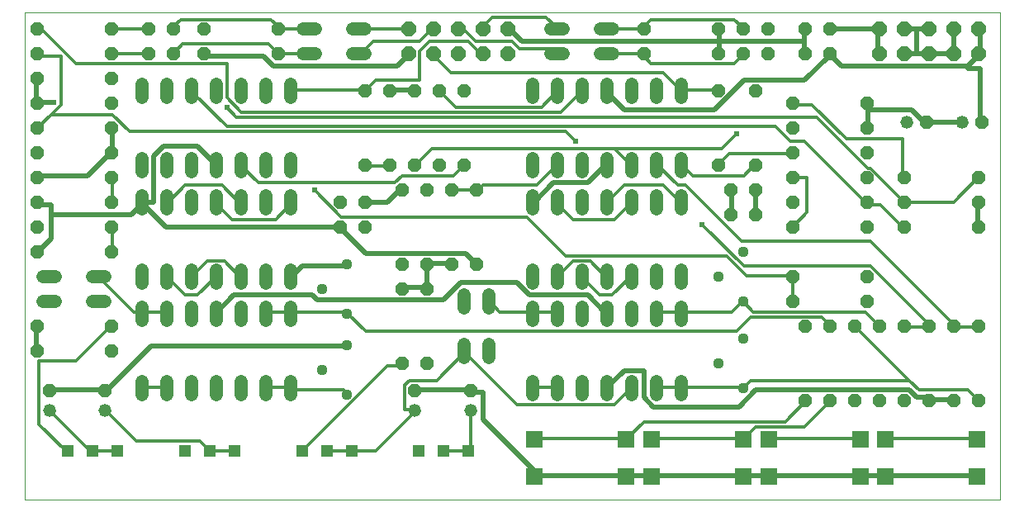
<source format=gtl>
G75*
%MOIN*%
%OFA0B0*%
%FSLAX25Y25*%
%IPPOS*%
%LPD*%
%AMOC8*
5,1,8,0,0,1.08239X$1,22.5*
%
%ADD10C,0.00000*%
%ADD11OC8,0.05200*%
%ADD12C,0.05200*%
%ADD13C,0.05200*%
%ADD14OC8,0.06000*%
%ADD15C,0.04400*%
%ADD16R,0.05150X0.05150*%
%ADD17R,0.07087X0.07087*%
%ADD18C,0.02000*%
%ADD19C,0.02400*%
%ADD20C,0.01200*%
D10*
X0001300Y0001250D02*
X0001300Y0198100D01*
X0395001Y0198100D01*
X0395001Y0001250D01*
X0001300Y0001250D01*
D11*
X0011300Y0045250D03*
X0033800Y0045250D03*
X0036300Y0061250D03*
X0036300Y0071250D03*
X0006300Y0071250D03*
X0006300Y0061250D03*
X0006300Y0101250D03*
X0006300Y0111250D03*
X0006300Y0121250D03*
X0006300Y0131250D03*
X0006300Y0141250D03*
X0006300Y0151250D03*
X0006300Y0161250D03*
X0006300Y0171250D03*
X0006300Y0181250D03*
X0006300Y0191250D03*
X0036300Y0191250D03*
X0051300Y0191250D03*
X0061300Y0191250D03*
X0073800Y0191250D03*
X0073800Y0181250D03*
X0061300Y0181250D03*
X0051300Y0181250D03*
X0036300Y0181250D03*
X0036300Y0171250D03*
X0036300Y0161250D03*
X0036300Y0151250D03*
X0036300Y0141250D03*
X0036300Y0131250D03*
X0036300Y0121250D03*
X0036300Y0111250D03*
X0036300Y0101250D03*
X0128800Y0111250D03*
X0138800Y0111250D03*
X0138800Y0121250D03*
X0128800Y0121250D03*
X0153800Y0126250D03*
X0163800Y0126250D03*
X0173800Y0126250D03*
X0183800Y0126250D03*
X0178800Y0136250D03*
X0168800Y0136250D03*
X0158800Y0136250D03*
X0148800Y0136250D03*
X0138800Y0136250D03*
X0138800Y0166250D03*
X0148800Y0166250D03*
X0158800Y0166250D03*
X0168800Y0166250D03*
X0178800Y0166250D03*
X0251300Y0181250D03*
X0251300Y0191250D03*
X0281300Y0191250D03*
X0291300Y0191250D03*
X0301300Y0191250D03*
X0316300Y0191250D03*
X0326300Y0191250D03*
X0326300Y0181250D03*
X0316300Y0181250D03*
X0301300Y0181250D03*
X0291300Y0181250D03*
X0281300Y0181250D03*
X0281300Y0166250D03*
X0296300Y0166250D03*
X0311300Y0161250D03*
X0311300Y0151250D03*
X0311300Y0141250D03*
X0296300Y0136250D03*
X0296300Y0126250D03*
X0286300Y0126250D03*
X0281300Y0136250D03*
X0311300Y0131250D03*
X0311300Y0121250D03*
X0296300Y0116250D03*
X0286300Y0116250D03*
X0311300Y0111250D03*
X0341300Y0111250D03*
X0356300Y0111250D03*
X0356300Y0121250D03*
X0341300Y0121250D03*
X0341300Y0131250D03*
X0356300Y0131250D03*
X0341300Y0141250D03*
X0341300Y0151250D03*
X0341300Y0161250D03*
X0365300Y0153750D03*
X0387800Y0153750D03*
X0386300Y0131250D03*
X0386300Y0121250D03*
X0386300Y0111250D03*
X0341300Y0091250D03*
X0341300Y0081250D03*
X0336300Y0071250D03*
X0346300Y0071250D03*
X0356300Y0071250D03*
X0366300Y0071250D03*
X0376300Y0071250D03*
X0386300Y0071250D03*
X0386300Y0041250D03*
X0376300Y0041250D03*
X0366300Y0041250D03*
X0356300Y0041250D03*
X0346300Y0041250D03*
X0336300Y0041250D03*
X0326300Y0041250D03*
X0316300Y0041250D03*
X0316300Y0071250D03*
X0326300Y0071250D03*
X0311300Y0081250D03*
X0311300Y0091250D03*
X0183800Y0096250D03*
X0173800Y0096250D03*
X0163800Y0096250D03*
X0153800Y0096250D03*
X0153800Y0086250D03*
X0163800Y0086250D03*
X0163800Y0056250D03*
X0153800Y0056250D03*
X0158800Y0045250D03*
X0181300Y0045250D03*
X0103800Y0181250D03*
X0103800Y0191250D03*
D12*
X0357300Y0153750D03*
X0379800Y0153750D03*
X0181300Y0037250D03*
X0158800Y0037250D03*
X0033800Y0037250D03*
X0011300Y0037250D03*
D13*
X0048800Y0043650D02*
X0048800Y0048850D01*
X0058800Y0048850D02*
X0058800Y0043650D01*
X0068800Y0043650D02*
X0068800Y0048850D01*
X0078800Y0048850D02*
X0078800Y0043650D01*
X0088800Y0043650D02*
X0088800Y0048850D01*
X0098800Y0048850D02*
X0098800Y0043650D01*
X0108800Y0043650D02*
X0108800Y0048850D01*
X0108800Y0073650D02*
X0108800Y0078850D01*
X0098800Y0078850D02*
X0098800Y0073650D01*
X0088800Y0073650D02*
X0088800Y0078850D01*
X0078800Y0078850D02*
X0078800Y0073650D01*
X0068800Y0073650D02*
X0068800Y0078850D01*
X0058800Y0078850D02*
X0058800Y0073650D01*
X0048800Y0073650D02*
X0048800Y0078850D01*
X0033900Y0081250D02*
X0028700Y0081250D01*
X0013900Y0081250D02*
X0008700Y0081250D01*
X0008700Y0091250D02*
X0013900Y0091250D01*
X0028700Y0091250D02*
X0033900Y0091250D01*
X0048800Y0088650D02*
X0048800Y0093850D01*
X0058800Y0093850D02*
X0058800Y0088650D01*
X0068800Y0088650D02*
X0068800Y0093850D01*
X0078800Y0093850D02*
X0078800Y0088650D01*
X0088800Y0088650D02*
X0088800Y0093850D01*
X0098800Y0093850D02*
X0098800Y0088650D01*
X0108800Y0088650D02*
X0108800Y0093850D01*
X0108800Y0118650D02*
X0108800Y0123850D01*
X0098800Y0123850D02*
X0098800Y0118650D01*
X0088800Y0118650D02*
X0088800Y0123850D01*
X0078800Y0123850D02*
X0078800Y0118650D01*
X0068800Y0118650D02*
X0068800Y0123850D01*
X0058800Y0123850D02*
X0058800Y0118650D01*
X0048800Y0118650D02*
X0048800Y0123850D01*
X0048800Y0133650D02*
X0048800Y0138850D01*
X0058800Y0138850D02*
X0058800Y0133650D01*
X0068800Y0133650D02*
X0068800Y0138850D01*
X0078800Y0138850D02*
X0078800Y0133650D01*
X0088800Y0133650D02*
X0088800Y0138850D01*
X0098800Y0138850D02*
X0098800Y0133650D01*
X0108800Y0133650D02*
X0108800Y0138850D01*
X0108800Y0163650D02*
X0108800Y0168850D01*
X0098800Y0168850D02*
X0098800Y0163650D01*
X0088800Y0163650D02*
X0088800Y0168850D01*
X0078800Y0168850D02*
X0078800Y0163650D01*
X0068800Y0163650D02*
X0068800Y0168850D01*
X0058800Y0168850D02*
X0058800Y0163650D01*
X0048800Y0163650D02*
X0048800Y0168850D01*
X0113700Y0181250D02*
X0118900Y0181250D01*
X0133700Y0181250D02*
X0138900Y0181250D01*
X0138900Y0191250D02*
X0133700Y0191250D01*
X0118900Y0191250D02*
X0113700Y0191250D01*
X0206300Y0168850D02*
X0206300Y0163650D01*
X0216300Y0163650D02*
X0216300Y0168850D01*
X0226300Y0168850D02*
X0226300Y0163650D01*
X0236300Y0163650D02*
X0236300Y0168850D01*
X0246300Y0168850D02*
X0246300Y0163650D01*
X0256300Y0163650D02*
X0256300Y0168850D01*
X0266300Y0168850D02*
X0266300Y0163650D01*
X0238900Y0181250D02*
X0233700Y0181250D01*
X0218900Y0181250D02*
X0213700Y0181250D01*
X0213700Y0191250D02*
X0218900Y0191250D01*
X0233700Y0191250D02*
X0238900Y0191250D01*
X0236300Y0138850D02*
X0236300Y0133650D01*
X0226300Y0133650D02*
X0226300Y0138850D01*
X0216300Y0138850D02*
X0216300Y0133650D01*
X0206300Y0133650D02*
X0206300Y0138850D01*
X0206300Y0123850D02*
X0206300Y0118650D01*
X0216300Y0118650D02*
X0216300Y0123850D01*
X0226300Y0123850D02*
X0226300Y0118650D01*
X0236300Y0118650D02*
X0236300Y0123850D01*
X0246300Y0123850D02*
X0246300Y0118650D01*
X0256300Y0118650D02*
X0256300Y0123850D01*
X0266300Y0123850D02*
X0266300Y0118650D01*
X0266300Y0133650D02*
X0266300Y0138850D01*
X0256300Y0138850D02*
X0256300Y0133650D01*
X0246300Y0133650D02*
X0246300Y0138850D01*
X0246300Y0093850D02*
X0246300Y0088650D01*
X0256300Y0088650D02*
X0256300Y0093850D01*
X0266300Y0093850D02*
X0266300Y0088650D01*
X0266300Y0078850D02*
X0266300Y0073650D01*
X0256300Y0073650D02*
X0256300Y0078850D01*
X0246300Y0078850D02*
X0246300Y0073650D01*
X0236300Y0073650D02*
X0236300Y0078850D01*
X0226300Y0078850D02*
X0226300Y0073650D01*
X0216300Y0073650D02*
X0216300Y0078850D01*
X0206300Y0078850D02*
X0206300Y0073650D01*
X0188800Y0078650D02*
X0188800Y0083850D01*
X0178800Y0083850D02*
X0178800Y0078650D01*
X0206300Y0088650D02*
X0206300Y0093850D01*
X0216300Y0093850D02*
X0216300Y0088650D01*
X0226300Y0088650D02*
X0226300Y0093850D01*
X0236300Y0093850D02*
X0236300Y0088650D01*
X0188800Y0063850D02*
X0188800Y0058650D01*
X0178800Y0058650D02*
X0178800Y0063850D01*
X0206300Y0048850D02*
X0206300Y0043650D01*
X0216300Y0043650D02*
X0216300Y0048850D01*
X0226300Y0048850D02*
X0226300Y0043650D01*
X0236300Y0043650D02*
X0236300Y0048850D01*
X0246300Y0048850D02*
X0246300Y0043650D01*
X0256300Y0043650D02*
X0256300Y0048850D01*
X0266300Y0048850D02*
X0266300Y0043650D01*
D14*
X0196300Y0181250D03*
X0186300Y0181250D03*
X0176300Y0181250D03*
X0166300Y0181250D03*
X0156300Y0181250D03*
X0156300Y0191250D03*
X0166300Y0191250D03*
X0176300Y0191250D03*
X0186300Y0191250D03*
X0196300Y0191250D03*
X0346300Y0191250D03*
X0356300Y0191250D03*
X0366300Y0191250D03*
X0376300Y0191250D03*
X0386300Y0191250D03*
X0386300Y0181250D03*
X0376300Y0181250D03*
X0366300Y0181250D03*
X0356300Y0181250D03*
X0346300Y0181250D03*
D15*
X0291300Y0101250D03*
X0281300Y0091250D03*
X0291300Y0081250D03*
X0291300Y0066250D03*
X0281300Y0056250D03*
X0291300Y0046250D03*
X0131300Y0043750D03*
X0121300Y0053750D03*
X0131300Y0063750D03*
X0131300Y0076250D03*
X0121300Y0086250D03*
X0131300Y0096250D03*
D16*
X0133347Y0020935D03*
X0123347Y0020935D03*
X0113347Y0020935D03*
X0086103Y0020935D03*
X0076103Y0020935D03*
X0066103Y0020935D03*
X0038859Y0020935D03*
X0028859Y0020935D03*
X0018859Y0020935D03*
X0160591Y0020935D03*
X0170591Y0020935D03*
X0180591Y0020935D03*
D17*
X0207206Y0025659D03*
X0207206Y0010699D03*
X0244213Y0010699D03*
X0254450Y0010699D03*
X0254450Y0025659D03*
X0244213Y0025659D03*
X0291457Y0025659D03*
X0301694Y0025659D03*
X0301694Y0010699D03*
X0291457Y0010699D03*
X0338702Y0010699D03*
X0348938Y0010699D03*
X0348938Y0025659D03*
X0338702Y0025659D03*
X0385946Y0025659D03*
X0385946Y0010699D03*
D18*
X0385158Y0011093D01*
X0349725Y0011093D01*
X0348938Y0010699D01*
X0348741Y0011093D01*
X0338898Y0011093D01*
X0338702Y0010699D01*
X0337914Y0011093D01*
X0302481Y0011093D01*
X0301694Y0010699D01*
X0301497Y0011093D01*
X0291654Y0011093D01*
X0291457Y0010699D01*
X0290670Y0011093D01*
X0255237Y0011093D01*
X0254450Y0010699D01*
X0254253Y0011093D01*
X0244410Y0011093D01*
X0244213Y0010699D01*
X0243426Y0011093D01*
X0207993Y0011093D01*
X0207206Y0010699D01*
X0207993Y0012077D01*
X0186339Y0033730D01*
X0186339Y0044557D01*
X0181418Y0044557D01*
X0181300Y0045250D01*
X0180434Y0045541D01*
X0159765Y0045541D01*
X0158800Y0045250D01*
X0131221Y0063258D02*
X0131300Y0063750D01*
X0131221Y0063258D02*
X0052481Y0063258D01*
X0034765Y0045541D01*
X0033800Y0045250D01*
X0033780Y0045541D01*
X0012127Y0045541D01*
X0011300Y0045250D01*
X0006300Y0061250D02*
X0006221Y0061289D01*
X0006221Y0071132D01*
X0006300Y0071250D01*
X0006300Y0101250D02*
X0007206Y0101644D01*
X0012127Y0106565D01*
X0012127Y0116407D01*
X0044607Y0116407D01*
X0048544Y0120344D01*
X0048800Y0121250D01*
X0049528Y0121329D01*
X0053465Y0121329D01*
X0053465Y0140030D01*
X0057402Y0143967D01*
X0071182Y0143967D01*
X0078072Y0137077D01*
X0078800Y0136250D01*
X0058387Y0111486D02*
X0049528Y0120344D01*
X0048800Y0121250D01*
X0058387Y0111486D02*
X0128269Y0111486D01*
X0128800Y0111250D01*
X0129253Y0110502D01*
X0139095Y0100659D01*
X0179450Y0100659D01*
X0183387Y0096722D01*
X0183800Y0096250D01*
X0173800Y0096250D02*
X0173544Y0096722D01*
X0164686Y0096722D01*
X0163800Y0096250D01*
X0163702Y0095738D01*
X0163702Y0086880D01*
X0163800Y0086250D01*
X0162717Y0086880D01*
X0153859Y0086880D01*
X0153800Y0086250D01*
X0170591Y0081959D02*
X0177481Y0088848D01*
X0200119Y0088848D01*
X0205040Y0083927D01*
X0228662Y0083927D01*
X0235552Y0077037D01*
X0236300Y0076250D01*
X0243426Y0053415D02*
X0236536Y0046526D01*
X0236300Y0046250D01*
X0243426Y0053415D02*
X0251300Y0053415D01*
X0251300Y0042589D01*
X0255237Y0038652D01*
X0289686Y0038652D01*
X0296576Y0045541D01*
X0358583Y0045541D01*
X0361536Y0042589D01*
X0364489Y0042589D01*
X0365473Y0041604D01*
X0366300Y0041250D01*
X0366457Y0041604D01*
X0376300Y0041604D01*
X0376300Y0041250D01*
X0386300Y0111250D02*
X0386143Y0111486D01*
X0386143Y0120344D01*
X0386300Y0121250D01*
X0341851Y0151841D02*
X0341300Y0151250D01*
X0341851Y0151841D02*
X0341851Y0158730D01*
X0359568Y0158730D01*
X0364489Y0153809D01*
X0365300Y0153750D01*
X0365473Y0153809D01*
X0379253Y0153809D01*
X0379800Y0153750D01*
X0387127Y0153809D02*
X0387800Y0153750D01*
X0387127Y0153809D02*
X0387127Y0175463D01*
X0382206Y0175463D01*
X0382206Y0176447D01*
X0386143Y0180384D01*
X0386300Y0181250D01*
X0387127Y0181368D01*
X0387127Y0191211D01*
X0386300Y0191250D01*
X0376300Y0191250D02*
X0376300Y0181250D01*
X0376300Y0181368D01*
X0366457Y0181368D01*
X0366300Y0181250D01*
X0365473Y0181368D01*
X0361536Y0181368D01*
X0361536Y0191211D01*
X0356615Y0191211D01*
X0356300Y0191250D01*
X0361536Y0191211D02*
X0365473Y0191211D01*
X0366300Y0191250D01*
X0361536Y0181368D02*
X0356615Y0181368D01*
X0356300Y0181250D01*
X0346300Y0181250D02*
X0345788Y0181368D01*
X0345788Y0190226D01*
X0346300Y0191250D01*
X0345788Y0191211D01*
X0327087Y0191211D01*
X0326300Y0191250D01*
X0316300Y0191250D02*
X0316261Y0191211D01*
X0316261Y0186289D01*
X0281812Y0186289D01*
X0202087Y0186289D01*
X0197166Y0191211D01*
X0196300Y0191250D01*
X0156300Y0181250D02*
X0155828Y0180384D01*
X0151891Y0176447D01*
X0101694Y0176447D01*
X0097757Y0180384D01*
X0074135Y0180384D01*
X0073800Y0181250D01*
X0036733Y0150856D02*
X0036300Y0151250D01*
X0036733Y0150856D02*
X0036733Y0141998D01*
X0036300Y0141250D01*
X0035749Y0141014D01*
X0026891Y0132156D01*
X0007206Y0132156D01*
X0006300Y0131250D01*
X0006300Y0121250D02*
X0007206Y0120344D01*
X0012127Y0120344D01*
X0012127Y0116407D01*
X0079056Y0077037D02*
X0085946Y0083927D01*
X0117442Y0083927D01*
X0119410Y0081959D01*
X0170591Y0081959D01*
X0131221Y0095738D02*
X0131300Y0096250D01*
X0131221Y0095738D02*
X0113505Y0095738D01*
X0109568Y0091801D01*
X0108800Y0091250D01*
X0079056Y0077037D02*
X0078800Y0076250D01*
X0138800Y0121250D02*
X0139095Y0121329D01*
X0147954Y0121329D01*
X0152875Y0126250D01*
X0153800Y0126250D01*
X0206300Y0121250D02*
X0207009Y0121329D01*
X0214883Y0129203D01*
X0228662Y0129203D01*
X0235552Y0136093D01*
X0236300Y0136250D01*
X0243426Y0158730D02*
X0236536Y0165620D01*
X0236300Y0166250D01*
X0243426Y0158730D02*
X0279843Y0158730D01*
X0291654Y0170541D01*
X0316261Y0170541D01*
X0326103Y0180384D01*
X0326300Y0181250D01*
X0327087Y0180384D01*
X0331024Y0176447D01*
X0382206Y0176447D01*
X0341851Y0160699D02*
X0341851Y0158730D01*
X0341851Y0160699D02*
X0341300Y0161250D01*
X0316300Y0181250D02*
X0316261Y0181368D01*
X0316261Y0186289D01*
X0281812Y0186289D02*
X0281812Y0181368D01*
X0281300Y0181250D01*
X0281812Y0186289D02*
X0281812Y0191211D01*
X0281300Y0191250D01*
X0158780Y0166604D02*
X0158800Y0166250D01*
X0158780Y0166604D02*
X0148938Y0166604D01*
X0148800Y0166250D01*
X0013111Y0161683D02*
X0007206Y0161683D01*
X0006300Y0161250D01*
X0006221Y0161683D01*
X0006221Y0170541D01*
X0006300Y0171250D01*
X0286300Y0126250D02*
X0286733Y0126250D01*
X0286733Y0116407D01*
X0286300Y0116250D01*
X0296300Y0116250D02*
X0296576Y0116407D01*
X0296576Y0126250D01*
X0296300Y0126250D01*
D19*
X0274922Y0112470D03*
X0223741Y0145935D03*
X0288702Y0148888D03*
X0118426Y0126250D03*
X0082993Y0159715D03*
X0013111Y0161683D03*
D20*
X0016064Y0160699D02*
X0016064Y0180384D01*
X0007206Y0180384D01*
X0006300Y0181250D01*
X0008190Y0191211D02*
X0021969Y0177431D01*
X0082993Y0177431D01*
X0082993Y0163652D01*
X0088898Y0157746D01*
X0217835Y0157746D01*
X0225709Y0165620D01*
X0226300Y0166250D01*
X0216300Y0166250D02*
X0215867Y0165620D01*
X0209961Y0159715D01*
X0175513Y0159715D01*
X0169607Y0165620D01*
X0168800Y0166250D01*
X0160749Y0170541D02*
X0143032Y0170541D01*
X0139095Y0166604D01*
X0138800Y0166250D01*
X0138111Y0166604D01*
X0109568Y0166604D01*
X0108800Y0166250D01*
X0086930Y0155778D02*
X0321182Y0155778D01*
X0341851Y0135108D01*
X0342835Y0135108D01*
X0356615Y0121329D01*
X0356300Y0121250D01*
X0356615Y0121329D02*
X0376300Y0121329D01*
X0386143Y0131171D01*
X0386300Y0131250D01*
X0356300Y0131250D02*
X0355631Y0132156D01*
X0355631Y0146919D01*
X0332993Y0146919D01*
X0319213Y0160699D01*
X0311339Y0160699D01*
X0311300Y0161250D01*
X0304450Y0151841D02*
X0310355Y0145935D01*
X0316261Y0145935D01*
X0340867Y0121329D01*
X0341300Y0121250D01*
X0341851Y0120344D01*
X0346772Y0120344D01*
X0355631Y0111486D01*
X0356300Y0111250D01*
X0342835Y0105581D02*
X0376300Y0072116D01*
X0376300Y0071250D01*
X0376300Y0071132D01*
X0386143Y0071132D01*
X0386300Y0071250D01*
X0366457Y0072116D02*
X0366300Y0071250D01*
X0365473Y0071132D01*
X0356615Y0071132D01*
X0356300Y0071250D01*
X0346300Y0071250D02*
X0345788Y0072116D01*
X0340867Y0077037D01*
X0295591Y0077037D01*
X0291654Y0080974D01*
X0291300Y0081250D01*
X0290670Y0080974D01*
X0286733Y0077037D01*
X0267048Y0077037D01*
X0266300Y0076250D01*
X0266064Y0077037D01*
X0257206Y0077037D01*
X0256300Y0076250D01*
X0245394Y0090817D02*
X0238505Y0083927D01*
X0233583Y0083927D01*
X0226694Y0090817D01*
X0226300Y0091250D01*
X0229646Y0097707D02*
X0235552Y0091801D01*
X0236300Y0091250D01*
X0245394Y0090817D02*
X0246300Y0091250D01*
X0229646Y0097707D02*
X0222757Y0097707D01*
X0216300Y0091250D01*
X0219804Y0099675D02*
X0284765Y0099675D01*
X0292639Y0091801D01*
X0310355Y0091801D01*
X0311300Y0091250D01*
X0311339Y0090817D01*
X0311339Y0081959D01*
X0311300Y0081250D01*
X0323150Y0075069D02*
X0326103Y0072116D01*
X0326300Y0071250D01*
X0323150Y0075069D02*
X0294607Y0075069D01*
X0288702Y0069163D01*
X0139095Y0069163D01*
X0132206Y0076053D01*
X0131300Y0076250D01*
X0131221Y0077037D01*
X0109568Y0077037D01*
X0108800Y0076250D01*
X0108583Y0077037D01*
X0099725Y0077037D01*
X0098800Y0076250D01*
X0078072Y0090817D02*
X0071182Y0083927D01*
X0066261Y0083927D01*
X0059371Y0090817D01*
X0058800Y0091250D01*
X0068800Y0091250D02*
X0069213Y0091801D01*
X0075119Y0097707D01*
X0082009Y0097707D01*
X0087914Y0091801D01*
X0088800Y0091250D01*
X0078800Y0091250D02*
X0078072Y0090817D01*
X0058387Y0077037D02*
X0058800Y0076250D01*
X0058387Y0077037D02*
X0049528Y0077037D01*
X0048800Y0076250D01*
X0048544Y0077037D01*
X0045591Y0077037D01*
X0031812Y0090817D01*
X0031300Y0091250D01*
X0036300Y0101250D02*
X0036733Y0101644D01*
X0036733Y0110502D01*
X0036300Y0111250D01*
X0036300Y0121250D02*
X0036733Y0121329D01*
X0036733Y0131171D01*
X0036300Y0131250D01*
X0058800Y0121250D02*
X0059371Y0121329D01*
X0066261Y0128219D01*
X0081024Y0128219D01*
X0087914Y0121329D01*
X0088800Y0121250D01*
X0084961Y0114439D02*
X0079056Y0120344D01*
X0078800Y0121250D01*
X0084961Y0114439D02*
X0102678Y0114439D01*
X0108583Y0120344D01*
X0108800Y0121250D01*
X0118426Y0126250D02*
X0129253Y0115423D01*
X0204056Y0115423D01*
X0219804Y0099675D01*
X0222757Y0114439D02*
X0216851Y0120344D01*
X0216300Y0121250D01*
X0222757Y0114439D02*
X0239489Y0114439D01*
X0246300Y0121250D01*
X0243426Y0128219D02*
X0236536Y0121329D01*
X0236300Y0121250D01*
X0243426Y0128219D02*
X0259174Y0128219D01*
X0266064Y0121329D01*
X0266300Y0121250D01*
X0265080Y0128219D02*
X0268032Y0128219D01*
X0290670Y0105581D01*
X0342835Y0105581D01*
X0342835Y0095738D02*
X0366457Y0072116D01*
X0358583Y0049478D02*
X0336930Y0071132D01*
X0336300Y0071250D01*
X0358583Y0049478D02*
X0294607Y0049478D01*
X0291654Y0046526D01*
X0291300Y0046250D01*
X0290670Y0046526D01*
X0267048Y0046526D01*
X0266300Y0046250D01*
X0266064Y0046526D01*
X0257206Y0046526D01*
X0256300Y0046250D01*
X0246300Y0046250D02*
X0245394Y0045541D01*
X0239489Y0039636D01*
X0200119Y0039636D01*
X0179450Y0060305D01*
X0178800Y0061250D01*
X0178465Y0060305D01*
X0167639Y0049478D01*
X0156812Y0049478D01*
X0154843Y0047510D01*
X0154843Y0037667D01*
X0158780Y0037667D01*
X0158800Y0037250D01*
X0158780Y0036683D01*
X0143032Y0020935D01*
X0133347Y0020935D01*
X0123347Y0020935D01*
X0113505Y0020935D02*
X0113347Y0020935D01*
X0113505Y0020935D02*
X0147954Y0055384D01*
X0152875Y0055384D01*
X0153800Y0056250D01*
X0131221Y0044557D02*
X0131300Y0043750D01*
X0131221Y0044557D02*
X0130237Y0045541D01*
X0109568Y0045541D01*
X0108800Y0046250D01*
X0108583Y0046526D01*
X0099725Y0046526D01*
X0098800Y0046250D01*
X0058800Y0046250D02*
X0058387Y0046526D01*
X0049528Y0046526D01*
X0048800Y0046250D01*
X0034765Y0036683D02*
X0033800Y0037250D01*
X0034765Y0036683D02*
X0046576Y0024872D01*
X0072166Y0024872D01*
X0076103Y0020935D01*
X0086103Y0020935D01*
X0038859Y0020935D02*
X0028859Y0020935D01*
X0027875Y0020935D01*
X0012127Y0036683D01*
X0011300Y0037250D01*
X0007206Y0031762D02*
X0007206Y0057352D01*
X0021969Y0057352D01*
X0035749Y0071132D01*
X0036300Y0071250D01*
X0007206Y0031762D02*
X0018032Y0020935D01*
X0018859Y0020935D01*
X0170591Y0020935D02*
X0180591Y0020935D01*
X0181418Y0020935D01*
X0181418Y0036683D01*
X0181300Y0037250D01*
X0206300Y0046250D02*
X0207009Y0046526D01*
X0215867Y0046526D01*
X0216300Y0046250D01*
X0244213Y0025659D02*
X0251300Y0032746D01*
X0308387Y0032746D01*
X0316261Y0040620D01*
X0316300Y0041250D01*
X0326103Y0040620D02*
X0326300Y0041250D01*
X0326103Y0040620D02*
X0316261Y0030778D01*
X0296576Y0030778D01*
X0291457Y0025659D01*
X0290670Y0025856D01*
X0255237Y0025856D01*
X0254450Y0025659D01*
X0244213Y0025659D02*
X0243426Y0025856D01*
X0207993Y0025856D01*
X0207206Y0025659D01*
X0301694Y0025659D02*
X0302481Y0025856D01*
X0337914Y0025856D01*
X0338702Y0025659D01*
X0348938Y0025659D02*
X0349725Y0025856D01*
X0385158Y0025856D01*
X0385946Y0025659D01*
X0386300Y0041250D02*
X0386143Y0041604D01*
X0382206Y0045541D01*
X0362520Y0045541D01*
X0358583Y0049478D01*
X0342835Y0095738D02*
X0291654Y0095738D01*
X0274922Y0112470D01*
X0265080Y0128219D02*
X0257206Y0136093D01*
X0256300Y0136250D01*
X0246300Y0136250D02*
X0245394Y0137077D01*
X0239489Y0142982D01*
X0282796Y0142982D01*
X0288702Y0148888D01*
X0285749Y0141014D02*
X0281812Y0137077D01*
X0281300Y0136250D01*
X0270985Y0132156D02*
X0291654Y0132156D01*
X0295591Y0136093D01*
X0296300Y0136250D01*
X0285749Y0141014D02*
X0310355Y0141014D01*
X0311300Y0141250D01*
X0311300Y0131250D02*
X0311339Y0131171D01*
X0317245Y0131171D01*
X0317245Y0117392D01*
X0311339Y0111486D01*
X0311300Y0111250D01*
X0270985Y0132156D02*
X0267048Y0136093D01*
X0266300Y0136250D01*
X0239489Y0142982D02*
X0165670Y0142982D01*
X0159765Y0137077D01*
X0158800Y0136250D01*
X0153859Y0132156D02*
X0174528Y0132156D01*
X0178465Y0136093D01*
X0178800Y0136250D01*
X0186339Y0128219D02*
X0184371Y0126250D01*
X0183800Y0126250D01*
X0173800Y0126250D01*
X0186339Y0128219D02*
X0207993Y0128219D01*
X0215867Y0136093D01*
X0216300Y0136250D01*
X0223741Y0145935D02*
X0219804Y0149872D01*
X0043623Y0149872D01*
X0036733Y0156762D01*
X0012127Y0156762D01*
X0007206Y0151841D01*
X0006300Y0151250D01*
X0012127Y0156762D02*
X0016064Y0160699D01*
X0036300Y0181250D02*
X0036733Y0181368D01*
X0050513Y0181368D01*
X0051300Y0181250D01*
X0061300Y0181250D02*
X0061339Y0181368D01*
X0065276Y0185305D01*
X0099725Y0185305D01*
X0103662Y0181368D01*
X0103800Y0181250D01*
X0104646Y0181368D01*
X0115473Y0181368D01*
X0116300Y0181250D01*
X0136300Y0181250D02*
X0137127Y0181368D01*
X0142048Y0186289D01*
X0160749Y0186289D01*
X0165670Y0191211D01*
X0166300Y0191250D01*
X0164686Y0186289D02*
X0160749Y0182352D01*
X0160749Y0170541D01*
X0166654Y0180384D02*
X0173544Y0173494D01*
X0259174Y0173494D01*
X0266064Y0166604D01*
X0266300Y0166250D01*
X0267048Y0166604D01*
X0280828Y0166604D01*
X0281300Y0166250D01*
X0287717Y0177431D02*
X0254253Y0177431D01*
X0251300Y0180384D01*
X0251300Y0181250D01*
X0251300Y0181368D01*
X0236536Y0181368D01*
X0236300Y0181250D01*
X0216300Y0181250D02*
X0215867Y0181368D01*
X0213898Y0183337D01*
X0201103Y0183337D01*
X0198150Y0186289D01*
X0183387Y0186289D01*
X0178465Y0191211D01*
X0176497Y0191211D01*
X0176300Y0191250D01*
X0180434Y0186289D02*
X0164686Y0186289D01*
X0156300Y0191250D02*
X0155828Y0191211D01*
X0137127Y0191211D01*
X0136300Y0191250D01*
X0116300Y0191250D02*
X0115473Y0191211D01*
X0104646Y0191211D01*
X0103800Y0191250D01*
X0103662Y0192195D01*
X0100709Y0195148D01*
X0064292Y0195148D01*
X0061339Y0192195D01*
X0061300Y0191250D01*
X0051300Y0191250D02*
X0050513Y0191211D01*
X0036733Y0191211D01*
X0036300Y0191250D01*
X0008190Y0191211D02*
X0007206Y0191211D01*
X0006300Y0191250D01*
X0068800Y0166250D02*
X0069213Y0165620D01*
X0082993Y0151841D01*
X0304450Y0151841D01*
X0287717Y0177431D02*
X0290670Y0180384D01*
X0291300Y0181250D01*
X0291300Y0191250D02*
X0290670Y0192195D01*
X0287717Y0195148D01*
X0254253Y0195148D01*
X0251300Y0192195D01*
X0251300Y0191250D01*
X0251300Y0191211D01*
X0236536Y0191211D01*
X0236300Y0191250D01*
X0216300Y0191250D02*
X0215867Y0192195D01*
X0211930Y0196132D01*
X0190276Y0196132D01*
X0186339Y0192195D01*
X0186300Y0191250D01*
X0180434Y0186289D02*
X0185355Y0181368D01*
X0186300Y0181250D01*
X0166654Y0180384D02*
X0166300Y0181250D01*
X0086930Y0155778D02*
X0082993Y0159715D01*
X0088800Y0136250D02*
X0088898Y0136093D01*
X0095788Y0129203D01*
X0150906Y0129203D01*
X0153859Y0132156D01*
X0148800Y0136250D02*
X0147954Y0136093D01*
X0139095Y0136093D01*
X0138800Y0136250D01*
X0188800Y0081250D02*
X0189292Y0080974D01*
X0193229Y0077037D01*
X0206024Y0077037D01*
X0206300Y0076250D01*
X0207009Y0077037D01*
X0215867Y0077037D01*
X0216300Y0076250D01*
M02*

</source>
